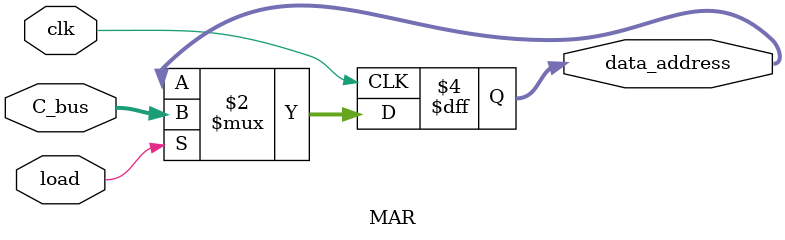
<source format=v>
`timescale 1ns / 1ps
module MAR(

input clk,
input load,
input [15:0] C_bus,
output reg [15:0] data_address

);

always@(posedge clk)
	begin 
		if (load) data_address <= C_bus;
	end

endmodule

</source>
